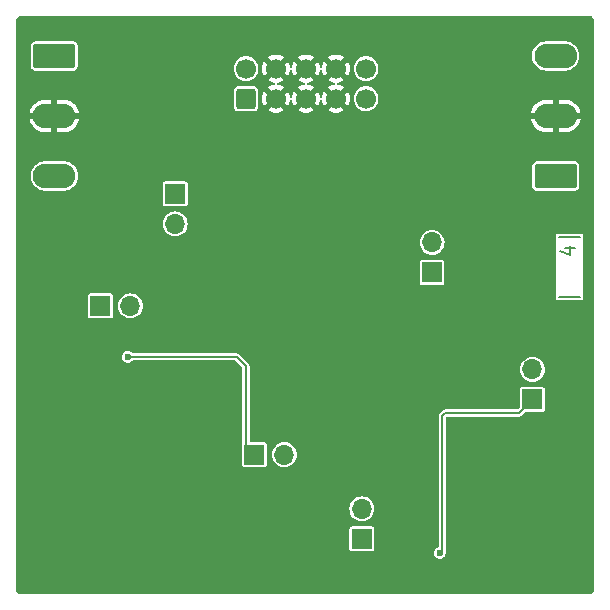
<source format=gbr>
%TF.GenerationSoftware,KiCad,Pcbnew,8.0.1*%
%TF.CreationDate,2024-07-21T18:07:33+02:00*%
%TF.ProjectId,byp,6279702e-6b69-4636-9164-5f7063625858,rev?*%
%TF.SameCoordinates,Original*%
%TF.FileFunction,Copper,L4,Bot*%
%TF.FilePolarity,Positive*%
%FSLAX46Y46*%
G04 Gerber Fmt 4.6, Leading zero omitted, Abs format (unit mm)*
G04 Created by KiCad (PCBNEW 8.0.1) date 2024-07-21 18:07:33*
%MOMM*%
%LPD*%
G01*
G04 APERTURE LIST*
G04 Aperture macros list*
%AMRoundRect*
0 Rectangle with rounded corners*
0 $1 Rounding radius*
0 $2 $3 $4 $5 $6 $7 $8 $9 X,Y pos of 4 corners*
0 Add a 4 corners polygon primitive as box body*
4,1,4,$2,$3,$4,$5,$6,$7,$8,$9,$2,$3,0*
0 Add four circle primitives for the rounded corners*
1,1,$1+$1,$2,$3*
1,1,$1+$1,$4,$5*
1,1,$1+$1,$6,$7*
1,1,$1+$1,$8,$9*
0 Add four rect primitives between the rounded corners*
20,1,$1+$1,$2,$3,$4,$5,0*
20,1,$1+$1,$4,$5,$6,$7,0*
20,1,$1+$1,$6,$7,$8,$9,0*
20,1,$1+$1,$8,$9,$2,$3,0*%
G04 Aperture macros list end*
%ADD10C,0.200000*%
%TA.AperFunction,NonConductor*%
%ADD11C,0.200000*%
%TD*%
%TA.AperFunction,ComponentPad*%
%ADD12R,1.700000X1.700000*%
%TD*%
%TA.AperFunction,ComponentPad*%
%ADD13O,1.700000X1.700000*%
%TD*%
%TA.AperFunction,ComponentPad*%
%ADD14RoundRect,0.249999X-1.550001X0.790001X-1.550001X-0.790001X1.550001X-0.790001X1.550001X0.790001X0*%
%TD*%
%TA.AperFunction,ComponentPad*%
%ADD15O,3.600000X2.080000*%
%TD*%
%TA.AperFunction,ComponentPad*%
%ADD16RoundRect,0.250000X0.600000X-0.600000X0.600000X0.600000X-0.600000X0.600000X-0.600000X-0.600000X0*%
%TD*%
%TA.AperFunction,ComponentPad*%
%ADD17C,1.700000*%
%TD*%
%TA.AperFunction,ComponentPad*%
%ADD18RoundRect,0.249999X1.550001X-0.790001X1.550001X0.790001X-1.550001X0.790001X-1.550001X-0.790001X0*%
%TD*%
%TA.AperFunction,ViaPad*%
%ADD19C,0.600000*%
%TD*%
%TA.AperFunction,Conductor*%
%ADD20C,0.200000*%
%TD*%
G04 APERTURE END LIST*
D10*
D11*
X123242742Y-74296993D02*
X121528457Y-74296993D01*
X122042742Y-70182707D02*
X122842742Y-70182707D01*
X121585600Y-70468421D02*
X122442742Y-70754135D01*
X122442742Y-70754135D02*
X122442742Y-70011278D01*
X123242742Y-69268421D02*
X121528457Y-69268421D01*
D12*
%TO.P,J6,1,Pin_1*%
%TO.N,/V-in*%
X82675000Y-75075000D03*
D13*
%TO.P,J6,2,Pin_2*%
%TO.N,/IN2*%
X85215000Y-75075000D03*
%TD*%
D12*
%TO.P,J5,1,Pin_1*%
%TO.N,/OUT1*%
X110750000Y-72250000D03*
D13*
%TO.P,J5,2,Pin_2*%
%TO.N,Net-(J2-Pin_3)*%
X110750000Y-69710000D03*
%TD*%
D12*
%TO.P,J4,1,Pin_1*%
%TO.N,/V+in*%
X89000000Y-65600000D03*
D13*
%TO.P,J4,2,Pin_2*%
%TO.N,/In1*%
X89000000Y-68140000D03*
%TD*%
D14*
%TO.P,J1,1,Pin_1*%
%TO.N,/V+in*%
X78777500Y-53920000D03*
D15*
%TO.P,J1,2,Pin_2*%
%TO.N,GND*%
X78777500Y-59000000D03*
%TO.P,J1,3,Pin_3*%
%TO.N,/V-in*%
X78777500Y-64080000D03*
%TD*%
D16*
%TO.P,J3,1,Pin_1*%
%TO.N,/V-in*%
X95000000Y-57540000D03*
D17*
%TO.P,J3,2,Pin_2*%
X95000000Y-55000000D03*
%TO.P,J3,3,Pin_3*%
%TO.N,GND*%
X97540000Y-57540000D03*
%TO.P,J3,4,Pin_4*%
X97540000Y-55000000D03*
%TO.P,J3,5,Pin_5*%
X100080000Y-57540000D03*
%TO.P,J3,6,Pin_6*%
X100080000Y-55000000D03*
%TO.P,J3,7,Pin_7*%
X102620000Y-57540000D03*
%TO.P,J3,8,Pin_8*%
X102620000Y-55000000D03*
%TO.P,J3,9,Pin_9*%
%TO.N,/V+in*%
X105160000Y-57540000D03*
%TO.P,J3,10,Pin_10*%
X105160000Y-55000000D03*
%TD*%
D12*
%TO.P,J9,1,Pin_1*%
%TO.N,/OUT3*%
X119250000Y-83000000D03*
D13*
%TO.P,J9,2,Pin_2*%
%TO.N,Net-(J2-Pin_1)*%
X119250000Y-80460000D03*
%TD*%
D12*
%TO.P,J7,1,Pin_1*%
%TO.N,/OUT2*%
X95710000Y-87675000D03*
D13*
%TO.P,J7,2,Pin_2*%
%TO.N,Net-(J2-Pin_1)*%
X98250000Y-87675000D03*
%TD*%
D12*
%TO.P,J8,1,Pin_1*%
%TO.N,/V-in*%
X104800000Y-94800000D03*
D13*
%TO.P,J8,2,Pin_2*%
%TO.N,/IN3*%
X104800000Y-92260000D03*
%TD*%
D18*
%TO.P,J2,1,Pin_1*%
%TO.N,Net-(J2-Pin_1)*%
X121222500Y-64080000D03*
D15*
%TO.P,J2,2,Pin_2*%
%TO.N,GND*%
X121222500Y-59000000D03*
%TO.P,J2,3,Pin_3*%
%TO.N,Net-(J2-Pin_3)*%
X121222500Y-53920000D03*
%TD*%
D19*
%TO.N,GND*%
X101500000Y-82500000D03*
X105000000Y-78500000D03*
X98500000Y-78500000D03*
X93000000Y-74000000D03*
X87500000Y-72000000D03*
X92000000Y-62000000D03*
X100500000Y-62000000D03*
X106000000Y-62000000D03*
X106000000Y-66000000D03*
X111500000Y-66000000D03*
X99500000Y-52500000D03*
X92500000Y-52500000D03*
X106000000Y-52500000D03*
X110500000Y-52500000D03*
X116500000Y-52500000D03*
X117000000Y-67000000D03*
X117000000Y-72000000D03*
X100500000Y-94000000D03*
X102000000Y-89000000D03*
X104500000Y-85000000D03*
X109000000Y-81000000D03*
X112000000Y-77000000D03*
X115800000Y-75600000D03*
X122500000Y-77000000D03*
X122500000Y-82000000D03*
X122500000Y-89000000D03*
X122500000Y-96000000D03*
X95500000Y-96000000D03*
X86000000Y-96000000D03*
X79000000Y-96000000D03*
X79000000Y-90000000D03*
X79000000Y-84000000D03*
X79000000Y-77500000D03*
X80000000Y-70000000D03*
X84500000Y-61500000D03*
X86500000Y-55500000D03*
X100000000Y-69600000D03*
X109500000Y-86750000D03*
X100500000Y-66350000D03*
X97700000Y-82575000D03*
X92200000Y-78325000D03*
X99200000Y-82575000D03*
X114250000Y-81500000D03*
X108000000Y-86750000D03*
X114250000Y-83250000D03*
X112500000Y-92500000D03*
X92200000Y-80075000D03*
X94200000Y-82575000D03*
X114250000Y-80000000D03*
X92200000Y-76825000D03*
X113500000Y-95500000D03*
X114250000Y-84750000D03*
X100500000Y-65100000D03*
X103000000Y-71600000D03*
X107500000Y-71600000D03*
X104000000Y-71600000D03*
X106500000Y-71600000D03*
X97750000Y-74350000D03*
X84950000Y-82075000D03*
X95700000Y-82575000D03*
%TO.N,/OUT2*%
X85000000Y-79400000D03*
%TO.N,/OUT3*%
X111400000Y-96000000D03*
%TD*%
D20*
%TO.N,/OUT2*%
X95000000Y-80200000D02*
X95000000Y-86965000D01*
X85000000Y-79400000D02*
X94200000Y-79400000D01*
X94200000Y-79400000D02*
X95000000Y-80200000D01*
X95000000Y-86965000D02*
X95710000Y-87675000D01*
%TO.N,/OUT3*%
X111600000Y-95800000D02*
X111600000Y-84400000D01*
X111600000Y-84400000D02*
X111850000Y-84150000D01*
X111400000Y-96000000D02*
X111600000Y-95800000D01*
X118100000Y-84150000D02*
X119250000Y-83000000D01*
X111850000Y-84150000D02*
X118100000Y-84150000D01*
%TD*%
%TA.AperFunction,Conductor*%
%TO.N,GND*%
G36*
X98849150Y-55065320D02*
G01*
X98895120Y-55105698D01*
X98908578Y-55147115D01*
X98915123Y-55217754D01*
X98974969Y-55428091D01*
X99072443Y-55623846D01*
X99085417Y-55641027D01*
X99597037Y-55129407D01*
X99614075Y-55192993D01*
X99679901Y-55307007D01*
X99772993Y-55400099D01*
X99887007Y-55465925D01*
X99950589Y-55482962D01*
X99441200Y-55992352D01*
X99551770Y-56060814D01*
X99551775Y-56060817D01*
X99755696Y-56139816D01*
X99931531Y-56172686D01*
X99985257Y-56201964D01*
X100011513Y-56257229D01*
X100000270Y-56317373D01*
X99955823Y-56359422D01*
X99931531Y-56367314D01*
X99755696Y-56400183D01*
X99551775Y-56479182D01*
X99551773Y-56479183D01*
X99441200Y-56547646D01*
X99950591Y-57057037D01*
X99887007Y-57074075D01*
X99772993Y-57139901D01*
X99679901Y-57232993D01*
X99614075Y-57347007D01*
X99597037Y-57410590D01*
X99085417Y-56898970D01*
X99072451Y-56916141D01*
X99072442Y-56916156D01*
X98974969Y-57111908D01*
X98915123Y-57322245D01*
X98908578Y-57392884D01*
X98884382Y-57449082D01*
X98831774Y-57480325D01*
X98770850Y-57474679D01*
X98724880Y-57434301D01*
X98711422Y-57392884D01*
X98704876Y-57322245D01*
X98645030Y-57111908D01*
X98547557Y-56916155D01*
X98547551Y-56916145D01*
X98534581Y-56898971D01*
X98022962Y-57410589D01*
X98005925Y-57347007D01*
X97940099Y-57232993D01*
X97847007Y-57139901D01*
X97732993Y-57074075D01*
X97669407Y-57057036D01*
X98178797Y-56547647D01*
X98068222Y-56479182D01*
X97864303Y-56400183D01*
X97688468Y-56367314D01*
X97634742Y-56338036D01*
X97608486Y-56282771D01*
X97619729Y-56222627D01*
X97664176Y-56180578D01*
X97688468Y-56172686D01*
X97864303Y-56139816D01*
X98068226Y-56060816D01*
X98068232Y-56060813D01*
X98178798Y-55992352D01*
X97669408Y-55482962D01*
X97732993Y-55465925D01*
X97847007Y-55400099D01*
X97940099Y-55307007D01*
X98005925Y-55192993D01*
X98022962Y-55129408D01*
X98534581Y-55641027D01*
X98547551Y-55623854D01*
X98547555Y-55623848D01*
X98645030Y-55428091D01*
X98704876Y-55217754D01*
X98711422Y-55147115D01*
X98735618Y-55090917D01*
X98788226Y-55059674D01*
X98849150Y-55065320D01*
G37*
%TD.AperFunction*%
%TA.AperFunction,Conductor*%
G36*
X101389150Y-55065320D02*
G01*
X101435120Y-55105698D01*
X101448578Y-55147115D01*
X101455123Y-55217754D01*
X101514969Y-55428091D01*
X101612443Y-55623846D01*
X101625417Y-55641027D01*
X102137037Y-55129407D01*
X102154075Y-55192993D01*
X102219901Y-55307007D01*
X102312993Y-55400099D01*
X102427007Y-55465925D01*
X102490589Y-55482962D01*
X101981200Y-55992352D01*
X102091770Y-56060814D01*
X102091775Y-56060817D01*
X102295696Y-56139816D01*
X102471531Y-56172686D01*
X102525257Y-56201964D01*
X102551513Y-56257229D01*
X102540270Y-56317373D01*
X102495823Y-56359422D01*
X102471531Y-56367314D01*
X102295696Y-56400183D01*
X102091775Y-56479182D01*
X102091773Y-56479183D01*
X101981200Y-56547646D01*
X102490591Y-57057037D01*
X102427007Y-57074075D01*
X102312993Y-57139901D01*
X102219901Y-57232993D01*
X102154075Y-57347007D01*
X102137037Y-57410590D01*
X101625417Y-56898970D01*
X101612451Y-56916141D01*
X101612442Y-56916156D01*
X101514969Y-57111908D01*
X101455123Y-57322245D01*
X101448578Y-57392884D01*
X101424382Y-57449082D01*
X101371774Y-57480325D01*
X101310850Y-57474679D01*
X101264880Y-57434301D01*
X101251422Y-57392884D01*
X101244876Y-57322245D01*
X101185030Y-57111908D01*
X101087557Y-56916155D01*
X101087551Y-56916145D01*
X101074581Y-56898971D01*
X100562962Y-57410589D01*
X100545925Y-57347007D01*
X100480099Y-57232993D01*
X100387007Y-57139901D01*
X100272993Y-57074075D01*
X100209407Y-57057036D01*
X100718797Y-56547647D01*
X100608222Y-56479182D01*
X100404303Y-56400183D01*
X100228468Y-56367314D01*
X100174742Y-56338036D01*
X100148486Y-56282771D01*
X100159729Y-56222627D01*
X100204176Y-56180578D01*
X100228468Y-56172686D01*
X100404303Y-56139816D01*
X100608226Y-56060816D01*
X100608232Y-56060813D01*
X100718798Y-55992352D01*
X100209408Y-55482962D01*
X100272993Y-55465925D01*
X100387007Y-55400099D01*
X100480099Y-55307007D01*
X100545925Y-55192993D01*
X100562962Y-55129408D01*
X101074581Y-55641027D01*
X101087551Y-55623854D01*
X101087555Y-55623848D01*
X101185030Y-55428091D01*
X101244876Y-55217754D01*
X101251422Y-55147115D01*
X101275618Y-55090917D01*
X101328226Y-55059674D01*
X101389150Y-55065320D01*
G37*
%TD.AperFunction*%
%TA.AperFunction,Conductor*%
G36*
X124005512Y-50501121D02*
G01*
X124100073Y-50511775D01*
X124121669Y-50516705D01*
X124206202Y-50546283D01*
X124226168Y-50555899D01*
X124264079Y-50579720D01*
X124301987Y-50603540D01*
X124319319Y-50617361D01*
X124382638Y-50680680D01*
X124396459Y-50698012D01*
X124444098Y-50773828D01*
X124453718Y-50793803D01*
X124483293Y-50878326D01*
X124488225Y-50899938D01*
X124498877Y-50994470D01*
X124499500Y-51005555D01*
X124499500Y-98994444D01*
X124498877Y-99005529D01*
X124488225Y-99100061D01*
X124483293Y-99121673D01*
X124453718Y-99206196D01*
X124444098Y-99226171D01*
X124396459Y-99301987D01*
X124382638Y-99319319D01*
X124319319Y-99382638D01*
X124301987Y-99396459D01*
X124226171Y-99444098D01*
X124206196Y-99453718D01*
X124121673Y-99483293D01*
X124100061Y-99488225D01*
X124005529Y-99498877D01*
X123994444Y-99499500D01*
X76005556Y-99499500D01*
X75994471Y-99498877D01*
X75899938Y-99488225D01*
X75878326Y-99483293D01*
X75793803Y-99453718D01*
X75773828Y-99444098D01*
X75698012Y-99396459D01*
X75680680Y-99382638D01*
X75617361Y-99319319D01*
X75603540Y-99301987D01*
X75555901Y-99226171D01*
X75546283Y-99206202D01*
X75516705Y-99121669D01*
X75511775Y-99100073D01*
X75501121Y-99005512D01*
X75500500Y-98994444D01*
X75500500Y-96000002D01*
X110894353Y-96000002D01*
X110914834Y-96142456D01*
X110974622Y-96273371D01*
X110974623Y-96273373D01*
X111068872Y-96382143D01*
X111068873Y-96382144D01*
X111189942Y-96459950D01*
X111189947Y-96459953D01*
X111296403Y-96491211D01*
X111328035Y-96500499D01*
X111328036Y-96500499D01*
X111328039Y-96500500D01*
X111328041Y-96500500D01*
X111471959Y-96500500D01*
X111471961Y-96500500D01*
X111610053Y-96459953D01*
X111731128Y-96382143D01*
X111825377Y-96273373D01*
X111885165Y-96142457D01*
X111905647Y-96000000D01*
X111891727Y-95903186D01*
X111894092Y-95863472D01*
X111900500Y-95839562D01*
X111900500Y-95760438D01*
X111900500Y-84565479D01*
X111919407Y-84507288D01*
X111929496Y-84495475D01*
X111945475Y-84479496D01*
X111999992Y-84451719D01*
X112015479Y-84450500D01*
X118139563Y-84450500D01*
X118139563Y-84450499D01*
X118215989Y-84430021D01*
X118284511Y-84390460D01*
X118340460Y-84334511D01*
X118595475Y-84079496D01*
X118649992Y-84051719D01*
X118665479Y-84050500D01*
X120119747Y-84050500D01*
X120119748Y-84050500D01*
X120178231Y-84038867D01*
X120244552Y-83994552D01*
X120288867Y-83928231D01*
X120300500Y-83869748D01*
X120300500Y-82130252D01*
X120288867Y-82071769D01*
X120244552Y-82005448D01*
X120244548Y-82005445D01*
X120178233Y-81961134D01*
X120178231Y-81961133D01*
X120178228Y-81961132D01*
X120178227Y-81961132D01*
X120119758Y-81949501D01*
X120119748Y-81949500D01*
X118380252Y-81949500D01*
X118380251Y-81949500D01*
X118380241Y-81949501D01*
X118321772Y-81961132D01*
X118321766Y-81961134D01*
X118255451Y-82005445D01*
X118255445Y-82005451D01*
X118211134Y-82071766D01*
X118211132Y-82071772D01*
X118199501Y-82130241D01*
X118199500Y-82130253D01*
X118199500Y-83584521D01*
X118180593Y-83642712D01*
X118170504Y-83654525D01*
X118004525Y-83820504D01*
X117950008Y-83848281D01*
X117934521Y-83849500D01*
X111810435Y-83849500D01*
X111734011Y-83869978D01*
X111734007Y-83869980D01*
X111665489Y-83909539D01*
X111359539Y-84215489D01*
X111319980Y-84284007D01*
X111319978Y-84284011D01*
X111299500Y-84360435D01*
X111299500Y-95433768D01*
X111280593Y-95491959D01*
X111231093Y-95527923D01*
X111228393Y-95528757D01*
X111189952Y-95540044D01*
X111189942Y-95540049D01*
X111068873Y-95617855D01*
X110974622Y-95726628D01*
X110914834Y-95857543D01*
X110894353Y-95999997D01*
X110894353Y-96000002D01*
X75500500Y-96000002D01*
X75500500Y-95669746D01*
X103749500Y-95669746D01*
X103749501Y-95669758D01*
X103760814Y-95726627D01*
X103761133Y-95728231D01*
X103805448Y-95794552D01*
X103871769Y-95838867D01*
X103916231Y-95847711D01*
X103930241Y-95850498D01*
X103930246Y-95850498D01*
X103930252Y-95850500D01*
X103930253Y-95850500D01*
X105669747Y-95850500D01*
X105669748Y-95850500D01*
X105728231Y-95838867D01*
X105794552Y-95794552D01*
X105838867Y-95728231D01*
X105850500Y-95669748D01*
X105850500Y-93930252D01*
X105838867Y-93871769D01*
X105794552Y-93805448D01*
X105794548Y-93805445D01*
X105728233Y-93761134D01*
X105728231Y-93761133D01*
X105728228Y-93761132D01*
X105728227Y-93761132D01*
X105669758Y-93749501D01*
X105669748Y-93749500D01*
X103930252Y-93749500D01*
X103930251Y-93749500D01*
X103930241Y-93749501D01*
X103871772Y-93761132D01*
X103871766Y-93761134D01*
X103805451Y-93805445D01*
X103805445Y-93805451D01*
X103761134Y-93871766D01*
X103761132Y-93871772D01*
X103749501Y-93930241D01*
X103749500Y-93930253D01*
X103749500Y-95669746D01*
X75500500Y-95669746D01*
X75500500Y-92260003D01*
X103744417Y-92260003D01*
X103764698Y-92465929D01*
X103764699Y-92465934D01*
X103824768Y-92663954D01*
X103922316Y-92846452D01*
X104053585Y-93006404D01*
X104053590Y-93006410D01*
X104053595Y-93006414D01*
X104213547Y-93137683D01*
X104213548Y-93137683D01*
X104213550Y-93137685D01*
X104396046Y-93235232D01*
X104533997Y-93277078D01*
X104594065Y-93295300D01*
X104594070Y-93295301D01*
X104799997Y-93315583D01*
X104800000Y-93315583D01*
X104800003Y-93315583D01*
X105005929Y-93295301D01*
X105005934Y-93295300D01*
X105203954Y-93235232D01*
X105386450Y-93137685D01*
X105546410Y-93006410D01*
X105677685Y-92846450D01*
X105775232Y-92663954D01*
X105835300Y-92465934D01*
X105835301Y-92465929D01*
X105855583Y-92260003D01*
X105855583Y-92259996D01*
X105835301Y-92054070D01*
X105835300Y-92054065D01*
X105817078Y-91993997D01*
X105775232Y-91856046D01*
X105677685Y-91673550D01*
X105546410Y-91513590D01*
X105546404Y-91513585D01*
X105386452Y-91382316D01*
X105203954Y-91284768D01*
X105005934Y-91224699D01*
X105005929Y-91224698D01*
X104800003Y-91204417D01*
X104799997Y-91204417D01*
X104594070Y-91224698D01*
X104594065Y-91224699D01*
X104396045Y-91284768D01*
X104213547Y-91382316D01*
X104053595Y-91513585D01*
X104053585Y-91513595D01*
X103922316Y-91673547D01*
X103824768Y-91856045D01*
X103764699Y-92054065D01*
X103764698Y-92054070D01*
X103744417Y-92259996D01*
X103744417Y-92260003D01*
X75500500Y-92260003D01*
X75500500Y-79400002D01*
X84494353Y-79400002D01*
X84514834Y-79542456D01*
X84533038Y-79582316D01*
X84574623Y-79673373D01*
X84627736Y-79734669D01*
X84668873Y-79782144D01*
X84668875Y-79782145D01*
X84789947Y-79859953D01*
X84896403Y-79891211D01*
X84928035Y-79900499D01*
X84928036Y-79900499D01*
X84928039Y-79900500D01*
X84928041Y-79900500D01*
X85071959Y-79900500D01*
X85071961Y-79900500D01*
X85210053Y-79859953D01*
X85331128Y-79782143D01*
X85372264Y-79734668D01*
X85424660Y-79703073D01*
X85447083Y-79700500D01*
X94034521Y-79700500D01*
X94092712Y-79719407D01*
X94104525Y-79729496D01*
X94670504Y-80295475D01*
X94698281Y-80349992D01*
X94699500Y-80365479D01*
X94699500Y-86674283D01*
X94682816Y-86729284D01*
X94671134Y-86746766D01*
X94671132Y-86746772D01*
X94659501Y-86805241D01*
X94659500Y-86805253D01*
X94659500Y-88544746D01*
X94659501Y-88544758D01*
X94671132Y-88603227D01*
X94671134Y-88603233D01*
X94715445Y-88669548D01*
X94715448Y-88669552D01*
X94781769Y-88713867D01*
X94826231Y-88722711D01*
X94840241Y-88725498D01*
X94840246Y-88725498D01*
X94840252Y-88725500D01*
X94840253Y-88725500D01*
X96579747Y-88725500D01*
X96579748Y-88725500D01*
X96638231Y-88713867D01*
X96704552Y-88669552D01*
X96748867Y-88603231D01*
X96760500Y-88544748D01*
X96760500Y-87675003D01*
X97194417Y-87675003D01*
X97214698Y-87880929D01*
X97214699Y-87880934D01*
X97274768Y-88078954D01*
X97372316Y-88261452D01*
X97503585Y-88421404D01*
X97503590Y-88421410D01*
X97503595Y-88421414D01*
X97663547Y-88552683D01*
X97663548Y-88552683D01*
X97663550Y-88552685D01*
X97846046Y-88650232D01*
X97983997Y-88692078D01*
X98044065Y-88710300D01*
X98044070Y-88710301D01*
X98249997Y-88730583D01*
X98250000Y-88730583D01*
X98250003Y-88730583D01*
X98455929Y-88710301D01*
X98455934Y-88710300D01*
X98653954Y-88650232D01*
X98836450Y-88552685D01*
X98996410Y-88421410D01*
X99127685Y-88261450D01*
X99225232Y-88078954D01*
X99285300Y-87880934D01*
X99285301Y-87880929D01*
X99305583Y-87675003D01*
X99305583Y-87674996D01*
X99285301Y-87469070D01*
X99285300Y-87469065D01*
X99267078Y-87408997D01*
X99225232Y-87271046D01*
X99127685Y-87088550D01*
X98996410Y-86928590D01*
X98846123Y-86805253D01*
X98836452Y-86797316D01*
X98653954Y-86699768D01*
X98455934Y-86639699D01*
X98455929Y-86639698D01*
X98250003Y-86619417D01*
X98249997Y-86619417D01*
X98044070Y-86639698D01*
X98044065Y-86639699D01*
X97846045Y-86699768D01*
X97663547Y-86797316D01*
X97503595Y-86928585D01*
X97503585Y-86928595D01*
X97372316Y-87088547D01*
X97274768Y-87271045D01*
X97214699Y-87469065D01*
X97214698Y-87469070D01*
X97194417Y-87674996D01*
X97194417Y-87675003D01*
X96760500Y-87675003D01*
X96760500Y-86805252D01*
X96758921Y-86797316D01*
X96757711Y-86791231D01*
X96748867Y-86746769D01*
X96704552Y-86680448D01*
X96695326Y-86674283D01*
X96638233Y-86636134D01*
X96638231Y-86636133D01*
X96638228Y-86636132D01*
X96638227Y-86636132D01*
X96579758Y-86624501D01*
X96579748Y-86624500D01*
X96579747Y-86624500D01*
X95399500Y-86624500D01*
X95341309Y-86605593D01*
X95305345Y-86556093D01*
X95300500Y-86525500D01*
X95300500Y-80460003D01*
X118194417Y-80460003D01*
X118214698Y-80665929D01*
X118214699Y-80665934D01*
X118274768Y-80863954D01*
X118372316Y-81046452D01*
X118503585Y-81206404D01*
X118503590Y-81206410D01*
X118503595Y-81206414D01*
X118663547Y-81337683D01*
X118663548Y-81337683D01*
X118663550Y-81337685D01*
X118846046Y-81435232D01*
X118983997Y-81477078D01*
X119044065Y-81495300D01*
X119044070Y-81495301D01*
X119249997Y-81515583D01*
X119250000Y-81515583D01*
X119250003Y-81515583D01*
X119455929Y-81495301D01*
X119455934Y-81495300D01*
X119653954Y-81435232D01*
X119836450Y-81337685D01*
X119996410Y-81206410D01*
X120127685Y-81046450D01*
X120225232Y-80863954D01*
X120285300Y-80665934D01*
X120285301Y-80665929D01*
X120305583Y-80460003D01*
X120305583Y-80459996D01*
X120285301Y-80254070D01*
X120285300Y-80254065D01*
X120267078Y-80193997D01*
X120225232Y-80056046D01*
X120127685Y-79873550D01*
X120116526Y-79859953D01*
X119996414Y-79713595D01*
X119996410Y-79713590D01*
X119947403Y-79673371D01*
X119836452Y-79582316D01*
X119653954Y-79484768D01*
X119455934Y-79424699D01*
X119455929Y-79424698D01*
X119250003Y-79404417D01*
X119249997Y-79404417D01*
X119044070Y-79424698D01*
X119044065Y-79424699D01*
X118846045Y-79484768D01*
X118663547Y-79582316D01*
X118503595Y-79713585D01*
X118503585Y-79713595D01*
X118372316Y-79873547D01*
X118274768Y-80056045D01*
X118214699Y-80254065D01*
X118214698Y-80254070D01*
X118194417Y-80459996D01*
X118194417Y-80460003D01*
X95300500Y-80460003D01*
X95300500Y-80160437D01*
X95300499Y-80160435D01*
X95280021Y-80084011D01*
X95280019Y-80084007D01*
X95240460Y-80015489D01*
X95184511Y-79959539D01*
X95184511Y-79959540D01*
X94384511Y-79159540D01*
X94384508Y-79159538D01*
X94315992Y-79119980D01*
X94315988Y-79119978D01*
X94239564Y-79099500D01*
X94239562Y-79099500D01*
X85447083Y-79099500D01*
X85388892Y-79080593D01*
X85372264Y-79065331D01*
X85331128Y-79017857D01*
X85298182Y-78996684D01*
X85210057Y-78940049D01*
X85210054Y-78940047D01*
X85210053Y-78940047D01*
X85210050Y-78940046D01*
X85071964Y-78899500D01*
X85071961Y-78899500D01*
X84928039Y-78899500D01*
X84928035Y-78899500D01*
X84789949Y-78940046D01*
X84789942Y-78940049D01*
X84668873Y-79017855D01*
X84574622Y-79126628D01*
X84514834Y-79257543D01*
X84494353Y-79399997D01*
X84494353Y-79400002D01*
X75500500Y-79400002D01*
X75500500Y-75944746D01*
X81624500Y-75944746D01*
X81624501Y-75944758D01*
X81636132Y-76003227D01*
X81636134Y-76003233D01*
X81680445Y-76069548D01*
X81680448Y-76069552D01*
X81746769Y-76113867D01*
X81791231Y-76122711D01*
X81805241Y-76125498D01*
X81805246Y-76125498D01*
X81805252Y-76125500D01*
X81805253Y-76125500D01*
X83544747Y-76125500D01*
X83544748Y-76125500D01*
X83603231Y-76113867D01*
X83669552Y-76069552D01*
X83713867Y-76003231D01*
X83725500Y-75944748D01*
X83725500Y-75075003D01*
X84159417Y-75075003D01*
X84179698Y-75280929D01*
X84179699Y-75280934D01*
X84239768Y-75478954D01*
X84337316Y-75661452D01*
X84468585Y-75821404D01*
X84468590Y-75821410D01*
X84468595Y-75821414D01*
X84628547Y-75952683D01*
X84628548Y-75952683D01*
X84628550Y-75952685D01*
X84811046Y-76050232D01*
X84948997Y-76092078D01*
X85009065Y-76110300D01*
X85009070Y-76110301D01*
X85214997Y-76130583D01*
X85215000Y-76130583D01*
X85215003Y-76130583D01*
X85420929Y-76110301D01*
X85420934Y-76110300D01*
X85618954Y-76050232D01*
X85801450Y-75952685D01*
X85961410Y-75821410D01*
X86092685Y-75661450D01*
X86190232Y-75478954D01*
X86250300Y-75280934D01*
X86250301Y-75280929D01*
X86270583Y-75075003D01*
X86270583Y-75074996D01*
X86250301Y-74869070D01*
X86250300Y-74869065D01*
X86232078Y-74808997D01*
X86190232Y-74671046D01*
X86092685Y-74488550D01*
X85961410Y-74328590D01*
X85811123Y-74205253D01*
X85801452Y-74197316D01*
X85618954Y-74099768D01*
X85420934Y-74039699D01*
X85420929Y-74039698D01*
X85215003Y-74019417D01*
X85214997Y-74019417D01*
X85009070Y-74039698D01*
X85009065Y-74039699D01*
X84811045Y-74099768D01*
X84628547Y-74197316D01*
X84468595Y-74328585D01*
X84468585Y-74328595D01*
X84337316Y-74488547D01*
X84239768Y-74671045D01*
X84179699Y-74869065D01*
X84179698Y-74869070D01*
X84159417Y-75074996D01*
X84159417Y-75075003D01*
X83725500Y-75075003D01*
X83725500Y-74205252D01*
X83723921Y-74197316D01*
X83722711Y-74191231D01*
X83713867Y-74146769D01*
X83669552Y-74080448D01*
X83669548Y-74080445D01*
X83603233Y-74036134D01*
X83603231Y-74036133D01*
X83603228Y-74036132D01*
X83603227Y-74036132D01*
X83544758Y-74024501D01*
X83544748Y-74024500D01*
X81805252Y-74024500D01*
X81805251Y-74024500D01*
X81805241Y-74024501D01*
X81746772Y-74036132D01*
X81746766Y-74036134D01*
X81680451Y-74080445D01*
X81680445Y-74080451D01*
X81636134Y-74146766D01*
X81636132Y-74146772D01*
X81624501Y-74205241D01*
X81624500Y-74205253D01*
X81624500Y-75944746D01*
X75500500Y-75944746D01*
X75500500Y-73119746D01*
X109699500Y-73119746D01*
X109699501Y-73119758D01*
X109711132Y-73178227D01*
X109711133Y-73178231D01*
X109755448Y-73244552D01*
X109821769Y-73288867D01*
X109866231Y-73297711D01*
X109880241Y-73300498D01*
X109880246Y-73300498D01*
X109880252Y-73300500D01*
X109880253Y-73300500D01*
X111619747Y-73300500D01*
X111619748Y-73300500D01*
X111678231Y-73288867D01*
X111744552Y-73244552D01*
X111788867Y-73178231D01*
X111800500Y-73119748D01*
X111800500Y-71380252D01*
X111788867Y-71321769D01*
X111744552Y-71255448D01*
X111744548Y-71255445D01*
X111678233Y-71211134D01*
X111678231Y-71211133D01*
X111678228Y-71211132D01*
X111678227Y-71211132D01*
X111619758Y-71199501D01*
X111619748Y-71199500D01*
X109880252Y-71199500D01*
X109880251Y-71199500D01*
X109880241Y-71199501D01*
X109821772Y-71211132D01*
X109821766Y-71211134D01*
X109755451Y-71255445D01*
X109755445Y-71255451D01*
X109711134Y-71321766D01*
X109711132Y-71321772D01*
X109699501Y-71380241D01*
X109699500Y-71380253D01*
X109699500Y-73119746D01*
X75500500Y-73119746D01*
X75500500Y-69710003D01*
X109694417Y-69710003D01*
X109714698Y-69915929D01*
X109714699Y-69915934D01*
X109774768Y-70113954D01*
X109872316Y-70296452D01*
X110003585Y-70456404D01*
X110003590Y-70456410D01*
X110003595Y-70456414D01*
X110163547Y-70587683D01*
X110163548Y-70587683D01*
X110163550Y-70587685D01*
X110346046Y-70685232D01*
X110483997Y-70727078D01*
X110544065Y-70745300D01*
X110544070Y-70745301D01*
X110749997Y-70765583D01*
X110750000Y-70765583D01*
X110750003Y-70765583D01*
X110955929Y-70745301D01*
X110955934Y-70745300D01*
X111153954Y-70685232D01*
X111336450Y-70587685D01*
X111496410Y-70456410D01*
X111627685Y-70296450D01*
X111725232Y-70113954D01*
X111785300Y-69915934D01*
X111785301Y-69915929D01*
X111805583Y-69710003D01*
X111805583Y-69709996D01*
X111785301Y-69504070D01*
X111785300Y-69504065D01*
X111767078Y-69443997D01*
X111725232Y-69306046D01*
X111627685Y-69123550D01*
X111496410Y-68963590D01*
X111495595Y-68962921D01*
X121222957Y-68962921D01*
X121222957Y-74602493D01*
X121222958Y-74602493D01*
X123548241Y-74602493D01*
X123548242Y-74602493D01*
X123548242Y-68962921D01*
X121222957Y-68962921D01*
X111495595Y-68962921D01*
X111336452Y-68832316D01*
X111153954Y-68734768D01*
X110955934Y-68674699D01*
X110955929Y-68674698D01*
X110750003Y-68654417D01*
X110749997Y-68654417D01*
X110544070Y-68674698D01*
X110544065Y-68674699D01*
X110346045Y-68734768D01*
X110163547Y-68832316D01*
X110003595Y-68963585D01*
X110003585Y-68963595D01*
X109872316Y-69123547D01*
X109774768Y-69306045D01*
X109714699Y-69504065D01*
X109714698Y-69504070D01*
X109694417Y-69709996D01*
X109694417Y-69710003D01*
X75500500Y-69710003D01*
X75500500Y-68140003D01*
X87944417Y-68140003D01*
X87964698Y-68345929D01*
X87964699Y-68345934D01*
X88024768Y-68543954D01*
X88122316Y-68726452D01*
X88209196Y-68832316D01*
X88253590Y-68886410D01*
X88253595Y-68886414D01*
X88413547Y-69017683D01*
X88413548Y-69017683D01*
X88413550Y-69017685D01*
X88596046Y-69115232D01*
X88733997Y-69157078D01*
X88794065Y-69175300D01*
X88794070Y-69175301D01*
X88999997Y-69195583D01*
X89000000Y-69195583D01*
X89000003Y-69195583D01*
X89205929Y-69175301D01*
X89205934Y-69175300D01*
X89403954Y-69115232D01*
X89586450Y-69017685D01*
X89746410Y-68886410D01*
X89877685Y-68726450D01*
X89975232Y-68543954D01*
X90035300Y-68345934D01*
X90035301Y-68345929D01*
X90055583Y-68140003D01*
X90055583Y-68139996D01*
X90035301Y-67934070D01*
X90035300Y-67934065D01*
X90017078Y-67873997D01*
X89975232Y-67736046D01*
X89877685Y-67553550D01*
X89746410Y-67393590D01*
X89746404Y-67393585D01*
X89586452Y-67262316D01*
X89403954Y-67164768D01*
X89205934Y-67104699D01*
X89205929Y-67104698D01*
X89000003Y-67084417D01*
X88999997Y-67084417D01*
X88794070Y-67104698D01*
X88794065Y-67104699D01*
X88596045Y-67164768D01*
X88413547Y-67262316D01*
X88253595Y-67393585D01*
X88253585Y-67393595D01*
X88122316Y-67553547D01*
X88024768Y-67736045D01*
X87964699Y-67934065D01*
X87964698Y-67934070D01*
X87944417Y-68139996D01*
X87944417Y-68140003D01*
X75500500Y-68140003D01*
X75500500Y-66469746D01*
X87949500Y-66469746D01*
X87949501Y-66469758D01*
X87961132Y-66528227D01*
X87961133Y-66528231D01*
X88005448Y-66594552D01*
X88071769Y-66638867D01*
X88116231Y-66647711D01*
X88130241Y-66650498D01*
X88130246Y-66650498D01*
X88130252Y-66650500D01*
X88130253Y-66650500D01*
X89869747Y-66650500D01*
X89869748Y-66650500D01*
X89928231Y-66638867D01*
X89994552Y-66594552D01*
X90038867Y-66528231D01*
X90050500Y-66469748D01*
X90050500Y-64924267D01*
X119222000Y-64924267D01*
X119224853Y-64954696D01*
X119224853Y-64954698D01*
X119224854Y-64954700D01*
X119249872Y-65026198D01*
X119269708Y-65082886D01*
X119350345Y-65192145D01*
X119350354Y-65192154D01*
X119459615Y-65272792D01*
X119459616Y-65272792D01*
X119459617Y-65272793D01*
X119587800Y-65317646D01*
X119618233Y-65320500D01*
X122826766Y-65320499D01*
X122826767Y-65320499D01*
X122832852Y-65319928D01*
X122857200Y-65317646D01*
X122985383Y-65272793D01*
X122985386Y-65272791D01*
X123094645Y-65192154D01*
X123094646Y-65192152D01*
X123094650Y-65192150D01*
X123175293Y-65082883D01*
X123220146Y-64954700D01*
X123223000Y-64924267D01*
X123222999Y-63235734D01*
X123220146Y-63205300D01*
X123175293Y-63077117D01*
X123175291Y-63077115D01*
X123175291Y-63077113D01*
X123094654Y-62967854D01*
X123094645Y-62967845D01*
X122985384Y-62887207D01*
X122857204Y-62842355D01*
X122857195Y-62842353D01*
X122826774Y-62839500D01*
X119618232Y-62839500D01*
X119587803Y-62842353D01*
X119459613Y-62887208D01*
X119350354Y-62967845D01*
X119350345Y-62967854D01*
X119269707Y-63077115D01*
X119224855Y-63205295D01*
X119224853Y-63205304D01*
X119222000Y-63235724D01*
X119222000Y-64924267D01*
X90050500Y-64924267D01*
X90050500Y-64730252D01*
X90050482Y-64730164D01*
X90047711Y-64716231D01*
X90038867Y-64671769D01*
X89994552Y-64605448D01*
X89994548Y-64605445D01*
X89928233Y-64561134D01*
X89928231Y-64561133D01*
X89928228Y-64561132D01*
X89928227Y-64561132D01*
X89869758Y-64549501D01*
X89869748Y-64549500D01*
X88130252Y-64549500D01*
X88130251Y-64549500D01*
X88130241Y-64549501D01*
X88071772Y-64561132D01*
X88071766Y-64561134D01*
X88005451Y-64605445D01*
X88005445Y-64605451D01*
X87961134Y-64671766D01*
X87961132Y-64671772D01*
X87949501Y-64730241D01*
X87949500Y-64730253D01*
X87949500Y-66469746D01*
X75500500Y-66469746D01*
X75500500Y-64177632D01*
X76777000Y-64177632D01*
X76807544Y-64370481D01*
X76867882Y-64556185D01*
X76926776Y-64671772D01*
X76956529Y-64730164D01*
X77071299Y-64888132D01*
X77209368Y-65026201D01*
X77367336Y-65140971D01*
X77541313Y-65229617D01*
X77727016Y-65289955D01*
X77804158Y-65302173D01*
X77919868Y-65320500D01*
X77919871Y-65320500D01*
X79635132Y-65320500D01*
X79731556Y-65305227D01*
X79827984Y-65289955D01*
X80013687Y-65229617D01*
X80187664Y-65140971D01*
X80345632Y-65026201D01*
X80483701Y-64888132D01*
X80598471Y-64730164D01*
X80687117Y-64556187D01*
X80747455Y-64370484D01*
X80778000Y-64177629D01*
X80778000Y-63982371D01*
X80778000Y-63982367D01*
X80747455Y-63789518D01*
X80747455Y-63789516D01*
X80687117Y-63603813D01*
X80598471Y-63429836D01*
X80483701Y-63271868D01*
X80345632Y-63133799D01*
X80187664Y-63019029D01*
X80187663Y-63019028D01*
X80187661Y-63019027D01*
X80013685Y-62930382D01*
X79827981Y-62870044D01*
X79635132Y-62839500D01*
X79635129Y-62839500D01*
X77919871Y-62839500D01*
X77919868Y-62839500D01*
X77727018Y-62870044D01*
X77541314Y-62930382D01*
X77367338Y-63019027D01*
X77288352Y-63076414D01*
X77209368Y-63133799D01*
X77071299Y-63271868D01*
X77013914Y-63350852D01*
X76956527Y-63429838D01*
X76867882Y-63603814D01*
X76807544Y-63789518D01*
X76777000Y-63982367D01*
X76777000Y-64177632D01*
X75500500Y-64177632D01*
X75500500Y-59250000D01*
X76670019Y-59250000D01*
X76681232Y-59320804D01*
X76747871Y-59525897D01*
X76845769Y-59718033D01*
X76972522Y-59892493D01*
X77125006Y-60044977D01*
X77299466Y-60171730D01*
X77491602Y-60269628D01*
X77696695Y-60336267D01*
X77909676Y-60370000D01*
X78527499Y-60370000D01*
X78527500Y-60369999D01*
X78527500Y-59654120D01*
X78573318Y-59673099D01*
X78708556Y-59700000D01*
X78846444Y-59700000D01*
X78981682Y-59673099D01*
X79027500Y-59654120D01*
X79027500Y-60369999D01*
X79027501Y-60370000D01*
X79645324Y-60370000D01*
X79858304Y-60336267D01*
X80063397Y-60269628D01*
X80255533Y-60171730D01*
X80429993Y-60044977D01*
X80582477Y-59892493D01*
X80709230Y-59718033D01*
X80807128Y-59525897D01*
X80873767Y-59320804D01*
X80884981Y-59250000D01*
X119115019Y-59250000D01*
X119126232Y-59320804D01*
X119192871Y-59525897D01*
X119290769Y-59718033D01*
X119417522Y-59892493D01*
X119570006Y-60044977D01*
X119744466Y-60171730D01*
X119936602Y-60269628D01*
X120141695Y-60336267D01*
X120354676Y-60370000D01*
X120972499Y-60370000D01*
X120972500Y-60369999D01*
X120972500Y-59654120D01*
X121018318Y-59673099D01*
X121153556Y-59700000D01*
X121291444Y-59700000D01*
X121426682Y-59673099D01*
X121472500Y-59654120D01*
X121472500Y-60369999D01*
X121472501Y-60370000D01*
X122090324Y-60370000D01*
X122303304Y-60336267D01*
X122508397Y-60269628D01*
X122700533Y-60171730D01*
X122874993Y-60044977D01*
X123027477Y-59892493D01*
X123154230Y-59718033D01*
X123252128Y-59525897D01*
X123318767Y-59320804D01*
X123329981Y-59250000D01*
X121876621Y-59250000D01*
X121895599Y-59204182D01*
X121922500Y-59068944D01*
X121922500Y-58931056D01*
X121895599Y-58795818D01*
X121876621Y-58750000D01*
X123329981Y-58750000D01*
X123318767Y-58679195D01*
X123252128Y-58474102D01*
X123154230Y-58281966D01*
X123027477Y-58107506D01*
X122874993Y-57955022D01*
X122700533Y-57828269D01*
X122508397Y-57730371D01*
X122303304Y-57663732D01*
X122090324Y-57630000D01*
X121472501Y-57630000D01*
X121472500Y-57630001D01*
X121472500Y-58345879D01*
X121426682Y-58326901D01*
X121291444Y-58300000D01*
X121153556Y-58300000D01*
X121018318Y-58326901D01*
X120972500Y-58345879D01*
X120972500Y-57630001D01*
X120972499Y-57630000D01*
X120354676Y-57630000D01*
X120141695Y-57663732D01*
X119936602Y-57730371D01*
X119744466Y-57828269D01*
X119570006Y-57955022D01*
X119417522Y-58107506D01*
X119290769Y-58281966D01*
X119192871Y-58474102D01*
X119126232Y-58679195D01*
X119115019Y-58750000D01*
X120568379Y-58750000D01*
X120549401Y-58795818D01*
X120522500Y-58931056D01*
X120522500Y-59068944D01*
X120549401Y-59204182D01*
X120568379Y-59250000D01*
X119115019Y-59250000D01*
X80884981Y-59250000D01*
X79431621Y-59250000D01*
X79450599Y-59204182D01*
X79477500Y-59068944D01*
X79477500Y-58931056D01*
X79450599Y-58795818D01*
X79431621Y-58750000D01*
X80884981Y-58750000D01*
X80873767Y-58679195D01*
X80807128Y-58474102D01*
X80709230Y-58281966D01*
X80645518Y-58194274D01*
X93949500Y-58194274D01*
X93952353Y-58224694D01*
X93952355Y-58224703D01*
X93997207Y-58352883D01*
X94077845Y-58462144D01*
X94077847Y-58462146D01*
X94077850Y-58462150D01*
X94077853Y-58462152D01*
X94077855Y-58462154D01*
X94187116Y-58542792D01*
X94187117Y-58542792D01*
X94187118Y-58542793D01*
X94315301Y-58587646D01*
X94345725Y-58590499D01*
X94345727Y-58590500D01*
X94345734Y-58590500D01*
X95654273Y-58590500D01*
X95654273Y-58590499D01*
X95684699Y-58587646D01*
X95812882Y-58542793D01*
X95922150Y-58462150D01*
X96002793Y-58352882D01*
X96047646Y-58224699D01*
X96050499Y-58194273D01*
X96050500Y-58194273D01*
X96050500Y-57540000D01*
X96354945Y-57540000D01*
X96375123Y-57757754D01*
X96434969Y-57968091D01*
X96532443Y-58163846D01*
X96545417Y-58181027D01*
X97057037Y-57669407D01*
X97074075Y-57732993D01*
X97139901Y-57847007D01*
X97232993Y-57940099D01*
X97347007Y-58005925D01*
X97410589Y-58022962D01*
X96901200Y-58532352D01*
X97011770Y-58600814D01*
X97011775Y-58600817D01*
X97215696Y-58679816D01*
X97430657Y-58720000D01*
X97649343Y-58720000D01*
X97864303Y-58679816D01*
X98068226Y-58600816D01*
X98068232Y-58600813D01*
X98178798Y-58532352D01*
X97669408Y-58022962D01*
X97732993Y-58005925D01*
X97847007Y-57940099D01*
X97940099Y-57847007D01*
X98005925Y-57732993D01*
X98022962Y-57669408D01*
X98534581Y-58181027D01*
X98547551Y-58163854D01*
X98547555Y-58163848D01*
X98645030Y-57968091D01*
X98704876Y-57757754D01*
X98711422Y-57687115D01*
X98735618Y-57630917D01*
X98788226Y-57599674D01*
X98849150Y-57605320D01*
X98895120Y-57645698D01*
X98908578Y-57687115D01*
X98915123Y-57757754D01*
X98974969Y-57968091D01*
X99072443Y-58163846D01*
X99085417Y-58181027D01*
X99597037Y-57669407D01*
X99614075Y-57732993D01*
X99679901Y-57847007D01*
X99772993Y-57940099D01*
X99887007Y-58005925D01*
X99950589Y-58022962D01*
X99441200Y-58532352D01*
X99551770Y-58600814D01*
X99551775Y-58600817D01*
X99755696Y-58679816D01*
X99970657Y-58720000D01*
X100189343Y-58720000D01*
X100404303Y-58679816D01*
X100608226Y-58600816D01*
X100608232Y-58600813D01*
X100718798Y-58532352D01*
X100209408Y-58022962D01*
X100272993Y-58005925D01*
X100387007Y-57940099D01*
X100480099Y-57847007D01*
X100545925Y-57732993D01*
X100562962Y-57669408D01*
X101074581Y-58181027D01*
X101087551Y-58163854D01*
X101087555Y-58163848D01*
X101185030Y-57968091D01*
X101244876Y-57757754D01*
X101251422Y-57687115D01*
X101275618Y-57630917D01*
X101328226Y-57599674D01*
X101389150Y-57605320D01*
X101435120Y-57645698D01*
X101448578Y-57687115D01*
X101455123Y-57757754D01*
X101514969Y-57968091D01*
X101612443Y-58163846D01*
X101625417Y-58181027D01*
X102137037Y-57669407D01*
X102154075Y-57732993D01*
X102219901Y-57847007D01*
X102312993Y-57940099D01*
X102427007Y-58005925D01*
X102490589Y-58022962D01*
X101981200Y-58532352D01*
X102091770Y-58600814D01*
X102091775Y-58600817D01*
X102295696Y-58679816D01*
X102510657Y-58720000D01*
X102729343Y-58720000D01*
X102944303Y-58679816D01*
X103148226Y-58600816D01*
X103148232Y-58600813D01*
X103258798Y-58532352D01*
X102749408Y-58022962D01*
X102812993Y-58005925D01*
X102927007Y-57940099D01*
X103020099Y-57847007D01*
X103085925Y-57732993D01*
X103102962Y-57669408D01*
X103614581Y-58181027D01*
X103627551Y-58163854D01*
X103627555Y-58163848D01*
X103725030Y-57968091D01*
X103784876Y-57757754D01*
X103805054Y-57540003D01*
X104104417Y-57540003D01*
X104124698Y-57745929D01*
X104124699Y-57745934D01*
X104184768Y-57943954D01*
X104282316Y-58126452D01*
X104409943Y-58281966D01*
X104413590Y-58286410D01*
X104413595Y-58286414D01*
X104573547Y-58417683D01*
X104573548Y-58417683D01*
X104573550Y-58417685D01*
X104756046Y-58515232D01*
X104846904Y-58542793D01*
X104954065Y-58575300D01*
X104954070Y-58575301D01*
X105159997Y-58595583D01*
X105160000Y-58595583D01*
X105160003Y-58595583D01*
X105365929Y-58575301D01*
X105365934Y-58575300D01*
X105563954Y-58515232D01*
X105746450Y-58417685D01*
X105906410Y-58286410D01*
X106037685Y-58126450D01*
X106135232Y-57943954D01*
X106195300Y-57745934D01*
X106195301Y-57745929D01*
X106215583Y-57540003D01*
X106215583Y-57539996D01*
X106195301Y-57334070D01*
X106195300Y-57334065D01*
X106136401Y-57139901D01*
X106135232Y-57136046D01*
X106037685Y-56953550D01*
X106006984Y-56916141D01*
X105906414Y-56793595D01*
X105906410Y-56793590D01*
X105906404Y-56793585D01*
X105746452Y-56662316D01*
X105563954Y-56564768D01*
X105365934Y-56504699D01*
X105365929Y-56504698D01*
X105160003Y-56484417D01*
X105159997Y-56484417D01*
X104954070Y-56504698D01*
X104954065Y-56504699D01*
X104756045Y-56564768D01*
X104573547Y-56662316D01*
X104413595Y-56793585D01*
X104413585Y-56793595D01*
X104282316Y-56953547D01*
X104184768Y-57136045D01*
X104124699Y-57334065D01*
X104124698Y-57334070D01*
X104104417Y-57539996D01*
X104104417Y-57540003D01*
X103805054Y-57540003D01*
X103805054Y-57540000D01*
X103784876Y-57322245D01*
X103725030Y-57111908D01*
X103627557Y-56916155D01*
X103627551Y-56916145D01*
X103614581Y-56898971D01*
X103102962Y-57410589D01*
X103085925Y-57347007D01*
X103020099Y-57232993D01*
X102927007Y-57139901D01*
X102812993Y-57074075D01*
X102749407Y-57057036D01*
X103258797Y-56547647D01*
X103148222Y-56479182D01*
X102944303Y-56400183D01*
X102768468Y-56367314D01*
X102714742Y-56338036D01*
X102688486Y-56282771D01*
X102699729Y-56222627D01*
X102744176Y-56180578D01*
X102768468Y-56172686D01*
X102944303Y-56139816D01*
X103148226Y-56060816D01*
X103148232Y-56060813D01*
X103258798Y-55992352D01*
X102749408Y-55482962D01*
X102812993Y-55465925D01*
X102927007Y-55400099D01*
X103020099Y-55307007D01*
X103085925Y-55192993D01*
X103102962Y-55129408D01*
X103614581Y-55641027D01*
X103627551Y-55623854D01*
X103627555Y-55623848D01*
X103725030Y-55428091D01*
X103784876Y-55217754D01*
X103805054Y-55000003D01*
X104104417Y-55000003D01*
X104124698Y-55205929D01*
X104124699Y-55205934D01*
X104184768Y-55403954D01*
X104282316Y-55586452D01*
X104413585Y-55746404D01*
X104413590Y-55746410D01*
X104413595Y-55746414D01*
X104573547Y-55877683D01*
X104573548Y-55877683D01*
X104573550Y-55877685D01*
X104756046Y-55975232D01*
X104893997Y-56017078D01*
X104954065Y-56035300D01*
X104954070Y-56035301D01*
X105159997Y-56055583D01*
X105160000Y-56055583D01*
X105160003Y-56055583D01*
X105365929Y-56035301D01*
X105365934Y-56035300D01*
X105563954Y-55975232D01*
X105746450Y-55877685D01*
X105906410Y-55746410D01*
X106037685Y-55586450D01*
X106135232Y-55403954D01*
X106195300Y-55205934D01*
X106195301Y-55205929D01*
X106215583Y-55000003D01*
X106215583Y-54999996D01*
X106195301Y-54794070D01*
X106195300Y-54794065D01*
X106136401Y-54599901D01*
X106135232Y-54596046D01*
X106037685Y-54413550D01*
X106006984Y-54376141D01*
X105906414Y-54253595D01*
X105906410Y-54253590D01*
X105853885Y-54210484D01*
X105746452Y-54122316D01*
X105563954Y-54024768D01*
X105540430Y-54017632D01*
X119222000Y-54017632D01*
X119252544Y-54210481D01*
X119312882Y-54396185D01*
X119383140Y-54534075D01*
X119401529Y-54570164D01*
X119516299Y-54728132D01*
X119654368Y-54866201D01*
X119812336Y-54980971D01*
X119986313Y-55069617D01*
X120172016Y-55129955D01*
X120249158Y-55142173D01*
X120364868Y-55160500D01*
X120364871Y-55160500D01*
X122080132Y-55160500D01*
X122176556Y-55145227D01*
X122272984Y-55129955D01*
X122458687Y-55069617D01*
X122632664Y-54980971D01*
X122790632Y-54866201D01*
X122928701Y-54728132D01*
X123043471Y-54570164D01*
X123132117Y-54396187D01*
X123192455Y-54210484D01*
X123207727Y-54114056D01*
X123223000Y-54017632D01*
X123223000Y-53822367D01*
X123192455Y-53629518D01*
X123192455Y-53629516D01*
X123132117Y-53443813D01*
X123043471Y-53269836D01*
X122928701Y-53111868D01*
X122790632Y-52973799D01*
X122632664Y-52859029D01*
X122632663Y-52859028D01*
X122632661Y-52859027D01*
X122458685Y-52770382D01*
X122272981Y-52710044D01*
X122080132Y-52679500D01*
X122080129Y-52679500D01*
X120364871Y-52679500D01*
X120364868Y-52679500D01*
X120172018Y-52710044D01*
X119986314Y-52770382D01*
X119812338Y-52859027D01*
X119733352Y-52916414D01*
X119654368Y-52973799D01*
X119516299Y-53111868D01*
X119458914Y-53190852D01*
X119401527Y-53269838D01*
X119312882Y-53443814D01*
X119252544Y-53629518D01*
X119222000Y-53822367D01*
X119222000Y-54017632D01*
X105540430Y-54017632D01*
X105365934Y-53964699D01*
X105365929Y-53964698D01*
X105160003Y-53944417D01*
X105159997Y-53944417D01*
X104954070Y-53964698D01*
X104954065Y-53964699D01*
X104756045Y-54024768D01*
X104573547Y-54122316D01*
X104413595Y-54253585D01*
X104413585Y-54253595D01*
X104282316Y-54413547D01*
X104184768Y-54596045D01*
X104124699Y-54794065D01*
X104124698Y-54794070D01*
X104104417Y-54999996D01*
X104104417Y-55000003D01*
X103805054Y-55000003D01*
X103805054Y-55000000D01*
X103784876Y-54782245D01*
X103725030Y-54571908D01*
X103627557Y-54376155D01*
X103627551Y-54376145D01*
X103614581Y-54358971D01*
X103102962Y-54870589D01*
X103085925Y-54807007D01*
X103020099Y-54692993D01*
X102927007Y-54599901D01*
X102812993Y-54534075D01*
X102749407Y-54517036D01*
X103258797Y-54007647D01*
X103148222Y-53939182D01*
X102944303Y-53860183D01*
X102729343Y-53820000D01*
X102510657Y-53820000D01*
X102295696Y-53860183D01*
X102091775Y-53939182D01*
X102091773Y-53939183D01*
X101981200Y-54007646D01*
X102490591Y-54517037D01*
X102427007Y-54534075D01*
X102312993Y-54599901D01*
X102219901Y-54692993D01*
X102154075Y-54807007D01*
X102137037Y-54870590D01*
X101625417Y-54358970D01*
X101612451Y-54376141D01*
X101612442Y-54376156D01*
X101514969Y-54571908D01*
X101455123Y-54782245D01*
X101448578Y-54852884D01*
X101424382Y-54909082D01*
X101371774Y-54940325D01*
X101310850Y-54934679D01*
X101264880Y-54894301D01*
X101251422Y-54852884D01*
X101244876Y-54782245D01*
X101185030Y-54571908D01*
X101087557Y-54376155D01*
X101087551Y-54376145D01*
X101074581Y-54358971D01*
X100562962Y-54870589D01*
X100545925Y-54807007D01*
X100480099Y-54692993D01*
X100387007Y-54599901D01*
X100272993Y-54534075D01*
X100209407Y-54517036D01*
X100718797Y-54007647D01*
X100608222Y-53939182D01*
X100404303Y-53860183D01*
X100189343Y-53820000D01*
X99970657Y-53820000D01*
X99755696Y-53860183D01*
X99551775Y-53939182D01*
X99551773Y-53939183D01*
X99441200Y-54007646D01*
X99950591Y-54517037D01*
X99887007Y-54534075D01*
X99772993Y-54599901D01*
X99679901Y-54692993D01*
X99614075Y-54807007D01*
X99597037Y-54870590D01*
X99085417Y-54358970D01*
X99072451Y-54376141D01*
X99072442Y-54376156D01*
X98974969Y-54571908D01*
X98915123Y-54782245D01*
X98908578Y-54852884D01*
X98884382Y-54909082D01*
X98831774Y-54940325D01*
X98770850Y-54934679D01*
X98724880Y-54894301D01*
X98711422Y-54852884D01*
X98704876Y-54782245D01*
X98645030Y-54571908D01*
X98547557Y-54376155D01*
X98547551Y-54376145D01*
X98534581Y-54358971D01*
X98022962Y-54870589D01*
X98005925Y-54807007D01*
X97940099Y-54692993D01*
X97847007Y-54599901D01*
X97732993Y-54534075D01*
X97669407Y-54517036D01*
X98178797Y-54007647D01*
X98068222Y-53939182D01*
X97864303Y-53860183D01*
X97649343Y-53820000D01*
X97430657Y-53820000D01*
X97215696Y-53860183D01*
X97011775Y-53939182D01*
X97011773Y-53939183D01*
X96901200Y-54007646D01*
X97410591Y-54517037D01*
X97347007Y-54534075D01*
X97232993Y-54599901D01*
X97139901Y-54692993D01*
X97074075Y-54807007D01*
X97057037Y-54870590D01*
X96545417Y-54358970D01*
X96532451Y-54376141D01*
X96532442Y-54376156D01*
X96434969Y-54571908D01*
X96375123Y-54782245D01*
X96354945Y-55000000D01*
X96375123Y-55217754D01*
X96434969Y-55428091D01*
X96532443Y-55623846D01*
X96545417Y-55641027D01*
X97057037Y-55129407D01*
X97074075Y-55192993D01*
X97139901Y-55307007D01*
X97232993Y-55400099D01*
X97347007Y-55465925D01*
X97410589Y-55482962D01*
X96901200Y-55992352D01*
X97011770Y-56060814D01*
X97011775Y-56060817D01*
X97215696Y-56139816D01*
X97391531Y-56172686D01*
X97445257Y-56201964D01*
X97471513Y-56257229D01*
X97460270Y-56317373D01*
X97415823Y-56359422D01*
X97391531Y-56367314D01*
X97215696Y-56400183D01*
X97011775Y-56479182D01*
X97011773Y-56479183D01*
X96901200Y-56547646D01*
X97410591Y-57057037D01*
X97347007Y-57074075D01*
X97232993Y-57139901D01*
X97139901Y-57232993D01*
X97074075Y-57347007D01*
X97057037Y-57410590D01*
X96545417Y-56898970D01*
X96532451Y-56916141D01*
X96532442Y-56916156D01*
X96434969Y-57111908D01*
X96375123Y-57322245D01*
X96354945Y-57540000D01*
X96050500Y-57540000D01*
X96050500Y-56885727D01*
X96050499Y-56885725D01*
X96047646Y-56855305D01*
X96047646Y-56855301D01*
X96002793Y-56727118D01*
X95954967Y-56662316D01*
X95922154Y-56617855D01*
X95922152Y-56617853D01*
X95922150Y-56617850D01*
X95922146Y-56617847D01*
X95922144Y-56617845D01*
X95812883Y-56537207D01*
X95684703Y-56492355D01*
X95684694Y-56492353D01*
X95654274Y-56489500D01*
X95654266Y-56489500D01*
X94345734Y-56489500D01*
X94345725Y-56489500D01*
X94315305Y-56492353D01*
X94315296Y-56492355D01*
X94187116Y-56537207D01*
X94077855Y-56617845D01*
X94077845Y-56617855D01*
X93997207Y-56727116D01*
X93952355Y-56855296D01*
X93952353Y-56855305D01*
X93949500Y-56885725D01*
X93949500Y-58194274D01*
X80645518Y-58194274D01*
X80582477Y-58107506D01*
X80429993Y-57955022D01*
X80255533Y-57828269D01*
X80063397Y-57730371D01*
X79858304Y-57663732D01*
X79645324Y-57630000D01*
X79027501Y-57630000D01*
X79027500Y-57630001D01*
X79027500Y-58345879D01*
X78981682Y-58326901D01*
X78846444Y-58300000D01*
X78708556Y-58300000D01*
X78573318Y-58326901D01*
X78527500Y-58345879D01*
X78527500Y-57630001D01*
X78527499Y-57630000D01*
X77909676Y-57630000D01*
X77696695Y-57663732D01*
X77491602Y-57730371D01*
X77299466Y-57828269D01*
X77125006Y-57955022D01*
X76972522Y-58107506D01*
X76845769Y-58281966D01*
X76747871Y-58474102D01*
X76681232Y-58679195D01*
X76670019Y-58750000D01*
X78123379Y-58750000D01*
X78104401Y-58795818D01*
X78077500Y-58931056D01*
X78077500Y-59068944D01*
X78104401Y-59204182D01*
X78123379Y-59250000D01*
X76670019Y-59250000D01*
X75500500Y-59250000D01*
X75500500Y-54764267D01*
X76777000Y-54764267D01*
X76779853Y-54794696D01*
X76779853Y-54794698D01*
X76779854Y-54794700D01*
X76804872Y-54866198D01*
X76824708Y-54922886D01*
X76905345Y-55032145D01*
X76905354Y-55032154D01*
X77014615Y-55112792D01*
X77014616Y-55112792D01*
X77014617Y-55112793D01*
X77142800Y-55157646D01*
X77173233Y-55160500D01*
X80381766Y-55160499D01*
X80381767Y-55160499D01*
X80387852Y-55159928D01*
X80412200Y-55157646D01*
X80540383Y-55112793D01*
X80540386Y-55112791D01*
X80649645Y-55032154D01*
X80649646Y-55032152D01*
X80649650Y-55032150D01*
X80673376Y-55000003D01*
X93944417Y-55000003D01*
X93964698Y-55205929D01*
X93964699Y-55205934D01*
X94024768Y-55403954D01*
X94122316Y-55586452D01*
X94253585Y-55746404D01*
X94253590Y-55746410D01*
X94253595Y-55746414D01*
X94413547Y-55877683D01*
X94413548Y-55877683D01*
X94413550Y-55877685D01*
X94596046Y-55975232D01*
X94733997Y-56017078D01*
X94794065Y-56035300D01*
X94794070Y-56035301D01*
X94999997Y-56055583D01*
X95000000Y-56055583D01*
X95000003Y-56055583D01*
X95205929Y-56035301D01*
X95205934Y-56035300D01*
X95403954Y-55975232D01*
X95586450Y-55877685D01*
X95746410Y-55746410D01*
X95877685Y-55586450D01*
X95975232Y-55403954D01*
X96035300Y-55205934D01*
X96035301Y-55205929D01*
X96055583Y-55000003D01*
X96055583Y-54999996D01*
X96035301Y-54794070D01*
X96035300Y-54794065D01*
X95976401Y-54599901D01*
X95975232Y-54596046D01*
X95877685Y-54413550D01*
X95846984Y-54376141D01*
X95746414Y-54253595D01*
X95746410Y-54253590D01*
X95693885Y-54210484D01*
X95586452Y-54122316D01*
X95403954Y-54024768D01*
X95205934Y-53964699D01*
X95205929Y-53964698D01*
X95000003Y-53944417D01*
X94999997Y-53944417D01*
X94794070Y-53964698D01*
X94794065Y-53964699D01*
X94596045Y-54024768D01*
X94413547Y-54122316D01*
X94253595Y-54253585D01*
X94253585Y-54253595D01*
X94122316Y-54413547D01*
X94024768Y-54596045D01*
X93964699Y-54794065D01*
X93964698Y-54794070D01*
X93944417Y-54999996D01*
X93944417Y-55000003D01*
X80673376Y-55000003D01*
X80730293Y-54922883D01*
X80775146Y-54794700D01*
X80778000Y-54764267D01*
X80777999Y-53075734D01*
X80775146Y-53045300D01*
X80730293Y-52917117D01*
X80730291Y-52917115D01*
X80730291Y-52917113D01*
X80649654Y-52807854D01*
X80649645Y-52807845D01*
X80540384Y-52727207D01*
X80412204Y-52682355D01*
X80412195Y-52682353D01*
X80381774Y-52679500D01*
X77173232Y-52679500D01*
X77142803Y-52682353D01*
X77014613Y-52727208D01*
X76905354Y-52807845D01*
X76905345Y-52807854D01*
X76824707Y-52917115D01*
X76779855Y-53045295D01*
X76779853Y-53045304D01*
X76777000Y-53075724D01*
X76777000Y-54764267D01*
X75500500Y-54764267D01*
X75500500Y-51005555D01*
X75501121Y-50994488D01*
X75511776Y-50899924D01*
X75516704Y-50878332D01*
X75546285Y-50793794D01*
X75555897Y-50773834D01*
X75603541Y-50698010D01*
X75617357Y-50680684D01*
X75680684Y-50617357D01*
X75698012Y-50603540D01*
X75773834Y-50555897D01*
X75793794Y-50546285D01*
X75878332Y-50516704D01*
X75899924Y-50511776D01*
X75994487Y-50501121D01*
X76005556Y-50500500D01*
X76065892Y-50500500D01*
X123934108Y-50500500D01*
X123994444Y-50500500D01*
X124005512Y-50501121D01*
G37*
%TD.AperFunction*%
%TD*%
M02*

</source>
